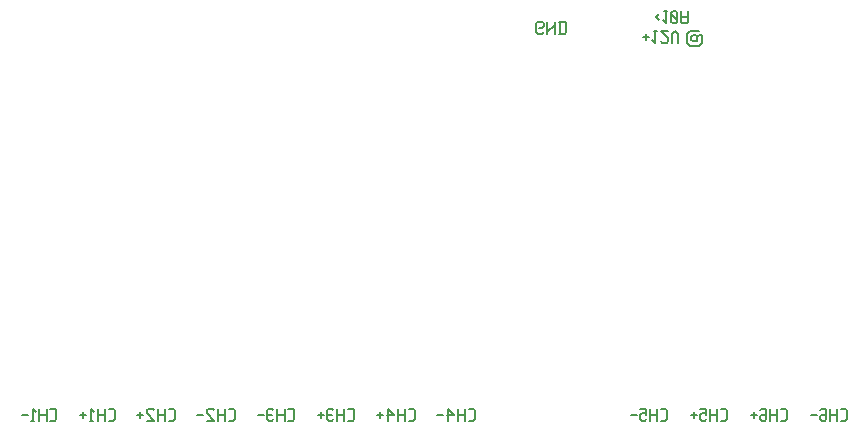
<source format=gbr>
G04 start of page 9 for group -4078 idx -4078 *
G04 Title: (unknown), bottomsilk *
G04 Creator: pcb 20140316 *
G04 CreationDate: Tue 26 Feb 2019 04:39:58 AM GMT UTC *
G04 For: railfan *
G04 Format: Gerber/RS-274X *
G04 PCB-Dimensions (mil): 3200.00 2000.00 *
G04 PCB-Coordinate-Origin: lower left *
%MOIN*%
%FSLAX25Y25*%
%LNBOTTOMSILK*%
%ADD71C,0.0060*%
G54D71*X294000Y21500D02*X295500D01*
X296000Y22000D02*X295500Y21500D01*
X296000Y22000D02*Y25000D01*
X295500Y25500D01*
X294000D02*X295500D01*
X292800Y21500D02*Y25500D01*
X290300Y21500D02*Y25500D01*
Y23500D02*X292800D01*
X287600Y25500D02*X287100Y25000D01*
X287600Y25500D02*X288600D01*
X289100Y25000D02*X288600Y25500D01*
X289100Y22000D02*Y25000D01*
Y22000D02*X288600Y21500D01*
X287600Y23500D02*X287100Y23000D01*
X287600Y23500D02*X289100D01*
X287600Y21500D02*X288600D01*
X287600D02*X287100Y22000D01*
Y23000D01*
X283900Y23500D02*X285900D01*
X274000Y21500D02*X275500D01*
X276000Y22000D02*X275500Y21500D01*
X276000Y22000D02*Y25000D01*
X275500Y25500D01*
X274000D02*X275500D01*
X272800Y21500D02*Y25500D01*
X270300Y21500D02*Y25500D01*
Y23500D02*X272800D01*
X267600Y25500D02*X267100Y25000D01*
X267600Y25500D02*X268600D01*
X269100Y25000D02*X268600Y25500D01*
X269100Y22000D02*Y25000D01*
Y22000D02*X268600Y21500D01*
X267600Y23500D02*X267100Y23000D01*
X267600Y23500D02*X269100D01*
X267600Y21500D02*X268600D01*
X267600D02*X267100Y22000D01*
Y23000D01*
X263900Y23500D02*X265900D01*
X264900Y22500D02*Y24500D01*
X254000Y21500D02*X255500D01*
X256000Y22000D02*X255500Y21500D01*
X256000Y22000D02*Y25000D01*
X255500Y25500D01*
X254000D02*X255500D01*
X252800Y21500D02*Y25500D01*
X250300Y21500D02*Y25500D01*
Y23500D02*X252800D01*
X247100Y25500D02*X249100D01*
Y23500D02*Y25500D01*
Y23500D02*X248600Y24000D01*
X247600D02*X248600D01*
X247600D02*X247100Y23500D01*
Y22000D02*Y23500D01*
X247600Y21500D02*X247100Y22000D01*
X247600Y21500D02*X248600D01*
X249100Y22000D02*X248600Y21500D01*
X243900Y23500D02*X245900D01*
X244900Y22500D02*Y24500D01*
X234000Y21500D02*X235500D01*
X236000Y22000D02*X235500Y21500D01*
X236000Y22000D02*Y25000D01*
X235500Y25500D01*
X234000D02*X235500D01*
X232800Y21500D02*Y25500D01*
X230300Y21500D02*Y25500D01*
Y23500D02*X232800D01*
X227100Y25500D02*X229100D01*
Y23500D02*Y25500D01*
Y23500D02*X228600Y24000D01*
X227600D02*X228600D01*
X227600D02*X227100Y23500D01*
Y22000D02*Y23500D01*
X227600Y21500D02*X227100Y22000D01*
X227600Y21500D02*X228600D01*
X229100Y22000D02*X228600Y21500D01*
X223900Y23500D02*X225900D01*
X232500Y156000D02*X233500Y155000D01*
X232500Y156000D02*X233500Y157000D01*
X235200Y158000D02*X236200D01*
X235700Y154000D02*Y158000D01*
X234700Y155000D02*X235700Y154000D01*
X237400Y157500D02*X237900Y158000D01*
X237400Y154500D02*Y157500D01*
Y154500D02*X237900Y154000D01*
X238900D01*
X239400Y154500D01*
Y157500D01*
X238900Y158000D02*X239400Y157500D01*
X237900Y158000D02*X238900D01*
X237400Y157000D02*X239400Y155000D01*
X240600Y154500D02*Y158000D01*
Y154500D02*X241100Y154000D01*
X242600D01*
X243100Y154500D01*
Y158000D01*
X240600Y156000D02*X243100D01*
X228000Y149500D02*X230000D01*
X229000Y148500D02*Y150500D01*
X231700Y151500D02*X232700D01*
X232200Y147500D02*Y151500D01*
X231200Y148500D02*X232200Y147500D01*
X233900Y148000D02*X234400Y147500D01*
X235900D01*
X236400Y148000D01*
Y149000D01*
X233900Y151500D02*X236400Y149000D01*
X233900Y151500D02*X236400D01*
X237600Y147500D02*Y150500D01*
X238600Y151500D01*
X239600Y150500D01*
Y147500D02*Y150500D01*
X242600Y147500D02*Y150500D01*
X243600Y151500D01*
X246600D01*
X247600Y147500D02*Y150000D01*
Y147500D02*X246600Y146500D01*
X243600D02*X246600D01*
X243600D02*X242600Y147500D01*
X244100Y148500D02*Y149500D01*
X244600Y150000D01*
X245600D01*
X246100Y149500D01*
X246600Y150000D01*
X246100Y148000D02*Y149500D01*
Y148500D02*X245600Y148000D01*
X244600D02*X245600D01*
X244600D02*X244100Y148500D01*
X246600Y150000D02*X247600D01*
X194500Y150500D02*X195000Y151000D01*
X193000Y150500D02*X194500D01*
X192500Y151000D02*X193000Y150500D01*
X192500Y151000D02*Y154000D01*
X193000Y154500D01*
X194500D01*
X195000Y154000D01*
Y153000D02*Y154000D01*
X194500Y152500D02*X195000Y153000D01*
X193500Y152500D02*X194500D01*
X196200Y150500D02*Y154500D01*
Y150500D02*Y151000D01*
X198700Y153500D01*
Y150500D02*Y154500D01*
X200400Y150500D02*Y154500D01*
X201900Y150500D02*X202400Y151000D01*
Y154000D01*
X201900Y154500D02*X202400Y154000D01*
X199900Y154500D02*X201900D01*
X199900Y150500D02*X201900D01*
X170000Y21500D02*X171500D01*
X172000Y22000D02*X171500Y21500D01*
X172000Y22000D02*Y25000D01*
X171500Y25500D01*
X170000D02*X171500D01*
X168800Y21500D02*Y25500D01*
X166300Y21500D02*Y25500D01*
Y23500D02*X168800D01*
X165100D02*X163100Y25500D01*
X162600Y23500D02*X165100D01*
X163100Y21500D02*Y25500D01*
X159400Y23500D02*X161400D01*
X150000Y21500D02*X151500D01*
X152000Y22000D02*X151500Y21500D01*
X152000Y22000D02*Y25000D01*
X151500Y25500D01*
X150000D02*X151500D01*
X148800Y21500D02*Y25500D01*
X146300Y21500D02*Y25500D01*
Y23500D02*X148800D01*
X145100D02*X143100Y25500D01*
X142600Y23500D02*X145100D01*
X143100Y21500D02*Y25500D01*
X139400Y23500D02*X141400D01*
X140400Y22500D02*Y24500D01*
X129733Y21500D02*X131233D01*
X131733Y22000D02*X131233Y21500D01*
X131733Y22000D02*Y25000D01*
X131233Y25500D01*
X129733D02*X131233D01*
X128533Y21500D02*Y25500D01*
X126033Y21500D02*Y25500D01*
Y23500D02*X128533D01*
X124833Y25000D02*X124333Y25500D01*
X123333D02*X124333D01*
X123333D02*X122833Y25000D01*
Y22000D02*Y25000D01*
X123333Y21500D02*X122833Y22000D01*
X123333Y21500D02*X124333D01*
X124833Y22000D02*X124333Y21500D01*
X122833Y23500D02*X124333D01*
X119633D02*X121633D01*
X120633Y22500D02*Y24500D01*
X109768Y21500D02*X111268D01*
X111768Y22000D02*X111268Y21500D01*
X111768Y22000D02*Y25000D01*
X111268Y25500D01*
X109768D02*X111268D01*
X108568Y21500D02*Y25500D01*
X106068Y21500D02*Y25500D01*
Y23500D02*X108568D01*
X104868Y25000D02*X104368Y25500D01*
X103368D02*X104368D01*
X103368D02*X102868Y25000D01*
Y22000D02*Y25000D01*
X103368Y21500D02*X102868Y22000D01*
X103368Y21500D02*X104368D01*
X104868Y22000D02*X104368Y21500D01*
X102868Y23500D02*X104368D01*
X99668D02*X101668D01*
X90000Y21500D02*X91500D01*
X92000Y22000D02*X91500Y21500D01*
X92000Y22000D02*Y25000D01*
X91500Y25500D01*
X90000D02*X91500D01*
X88800Y21500D02*Y25500D01*
X86300Y21500D02*Y25500D01*
Y23500D02*X88800D01*
X85100Y25000D02*X84600Y25500D01*
X83100D02*X84600D01*
X83100D02*X82600Y25000D01*
Y24000D02*Y25000D01*
X85100Y21500D02*X82600Y24000D01*
Y21500D02*X85100D01*
X79400Y23500D02*X81400D01*
X70000Y21500D02*X71500D01*
X72000Y22000D02*X71500Y21500D01*
X72000Y22000D02*Y25000D01*
X71500Y25500D01*
X70000D02*X71500D01*
X68800Y21500D02*Y25500D01*
X66300Y21500D02*Y25500D01*
Y23500D02*X68800D01*
X65100Y25000D02*X64600Y25500D01*
X63100D02*X64600D01*
X63100D02*X62600Y25000D01*
Y24000D02*Y25000D01*
X65100Y21500D02*X62600Y24000D01*
Y21500D02*X65100D01*
X59400Y23500D02*X61400D01*
X60400Y22500D02*Y24500D01*
X50000Y21500D02*X51500D01*
X52000Y22000D02*X51500Y21500D01*
X52000Y22000D02*Y25000D01*
X51500Y25500D01*
X50000D02*X51500D01*
X48800Y21500D02*Y25500D01*
X46300Y21500D02*Y25500D01*
Y23500D02*X48800D01*
X43600Y21500D02*X44600D01*
X44100D02*Y25500D01*
X45100Y24500D02*X44100Y25500D01*
X40400Y23500D02*X42400D01*
X41400Y22500D02*Y24500D01*
X30500Y21500D02*X32000D01*
X32500Y22000D02*X32000Y21500D01*
X32500Y22000D02*Y25000D01*
X32000Y25500D01*
X30500D02*X32000D01*
X29300Y21500D02*Y25500D01*
X26800Y21500D02*Y25500D01*
Y23500D02*X29300D01*
X24100Y21500D02*X25100D01*
X24600D02*Y25500D01*
X25600Y24500D02*X24600Y25500D01*
X20900Y23500D02*X22900D01*
M02*

</source>
